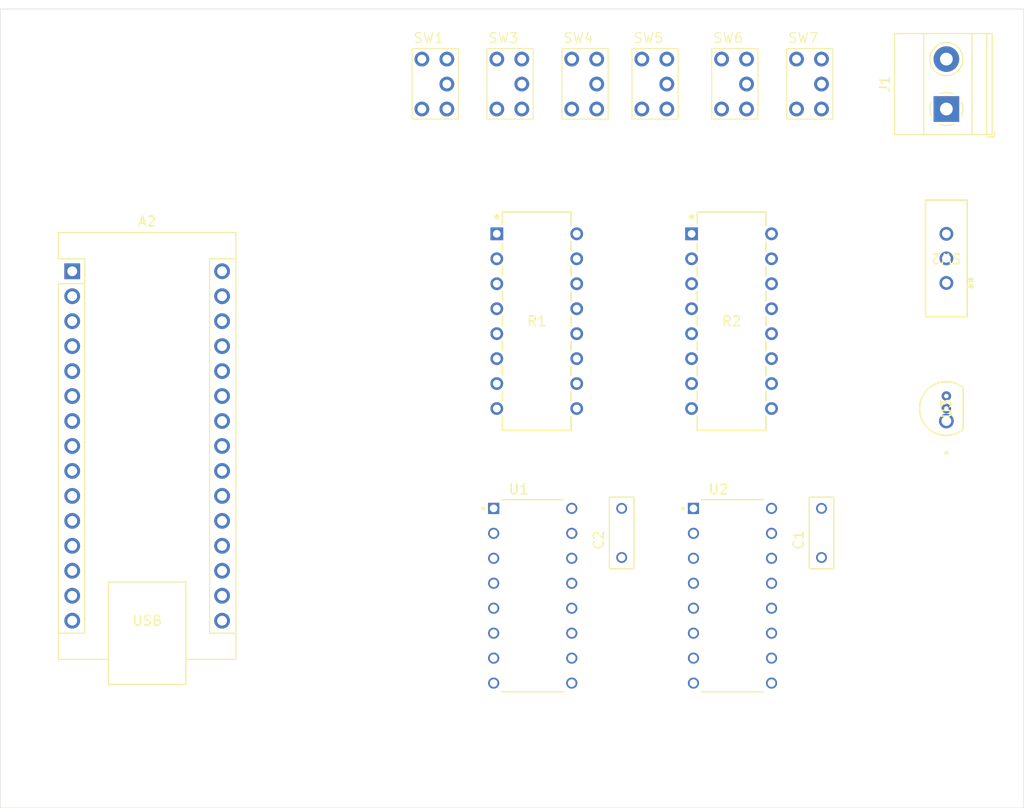
<source format=kicad_pcb>
(kicad_pcb (version 20240108) (generator "pcbnew") (generator_version "8.0")
  (title_block (title "Piano project proto") (date "2024-11-06") (rev "Rev 1"))
  (layers (0 "F.Cu" signal) (31 "B.Cu" signal) (34 "B.Paste" user) (35 "F.Paste" user) (36 "B.SilkS" user "B.Silkscreen") (37 "F.SilkS" user "F.Silkscreen") (38 "B.Mask" user) (39 "F.Mask" user) (44 "Edge.Cuts" user))
  (net 0 "")
  (net 4 "GND")
  (net 11 "Net-(A2-SDA{slash}A4)")
  (net 12 "Net-(A2-D3)")
  (net 16 "Net-(A2-VIN)")
  (net 18 "VCC")
  (net 19 "Net-(J1-Pin_1)")
  (net 20 "Net-(SW6-COM)")
  (net 21 "Net-(SW7-COM)")
  (net 23 "Net-(SW3-COM)")
  (net 24 "Net-(SW4-COM)")
  (net 26 "Net-(SW5-COM)")
  (net 27 "Net-(SW1-COM)")
  (net 28 "Net-(SW4-NO)")
  (net 29 "Net-(SW6-NO)")
  (net 30 "Net-(SW1-NO)")
  (net 33 "Net-(SW5-NO)")
  (net 34 "Net-(SW7-NO)")
  (net 35 "Net-(SW3-NO)")
  (net 40 "Net-(A2-A2)")
  (net 42 "Net-(A2-A3)")
  (net 45 "Net-(A2-D2)")
  (net 50 "Net-(A2-A0)")
  (footprint "4116R_1_472LF:BO_4116R" (layer "F.Cu") (at 121.412 43.18)
    (property "Reference" "R2" (at 4.064 8.89 0) (layer "F.SilkS"))
    (property "Value" "4116R-1-472LF")
    (fp_line (start 0.5715 -2.2225) (end 0.5715 -0.98044) (stroke (width 0.1524)) (layer "F.SilkS"))
    (fp_line (start 0.5715 0.98044) (end 0.5715 1.743351) (stroke (width 0.1524)) (layer "F.SilkS"))
    (fp_line (start 0.5715 3.336649) (end 0.5715 4.283351) (stroke (width 0.1524)) (layer "F.SilkS"))
    (fp_line (start 0.5715 5.876649) (end 0.5715 6.823351) (stroke (width 0.1524)) (layer "F.SilkS"))
    (fp_line (start 0.5715 8.416649) (end 0.5715 9.363351) (stroke (width 0.1524)) (layer "F.SilkS"))
    (fp_line (start 0.5715 10.956649) (end 0.5715 11.903351) (stroke (width 0.1524)) (layer "F.SilkS"))
    (fp_line (start 0.5715 13.496649) (end 0.5715 14.443351) (stroke (width 0.1524)) (layer "F.SilkS"))
    (fp_line (start 0.5715 16.036649) (end 0.5715 16.983351) (stroke (width 0.1524)) (layer "F.SilkS"))
    (fp_line (start 0.5715 18.576649) (end 0.5715 20.0025) (stroke (width 0.1524)) (layer "F.SilkS"))
    (fp_line (start 0.5715 20.0025) (end 7.5565 20.0025) (stroke (width 0.1524)) (layer "F.SilkS"))
    (fp_line (start 7.5565 -2.2225) (end 0.5715 -2.2225) (stroke (width 0.1524)) (layer "F.SilkS"))
    (fp_line (start 7.5565 -0.796649) (end 7.5565 -2.2225) (stroke (width 0.1524)) (layer "F.SilkS"))
    (fp_line (start 7.5565 1.743351) (end 7.5565 0.796649) (stroke (width 0.1524)) (layer "F.SilkS"))
    (fp_line (start 7.5565 4.283351) (end 7.5565 3.336649) (stroke (width 0.1524)) (layer "F.SilkS"))
    (fp_line (start 7.5565 6.823351) (end 7.5565 5.876649) (stroke (width 0.1524)) (layer "F.SilkS"))
    (fp_line (start 7.5565 9.363351) (end 7.5565 8.416649) (stroke (width 0.1524)) (layer "F.SilkS"))
    (fp_line (start 7.5565 11.903351) (end 7.5565 10.956649) (stroke (width 0.1524)) (layer "F.SilkS"))
    (fp_line (start 7.5565 14.443351) (end 7.5565 13.496649) (stroke (width 0.1524)) (layer "F.SilkS"))
    (fp_line (start 7.5565 16.983351) (end 7.5565 16.036649) (stroke (width 0.1524)) (layer "F.SilkS"))
    (fp_line (start 7.5565 20.0025) (end 7.5565 18.576649) (stroke (width 0.1524)) (layer "F.SilkS"))
    (fp_text user "*" (at 0 -1.4097 0) (layer "F.SilkS"))
    (fp_text user "*" (at 0 -1.4097 0) (layer "F.SilkS"))
    (pad "1" thru_hole rect (at 0 0) (size 1.2954 1.2954) (drill 0.7874) (layers "*.Cu" "*.Mask") (net 34 "Net-(SW7-NO)"))
    (pad "2" thru_hole circle (at 0 2.54) (size 1.2954 1.2954) (drill 0.7874) (layers "*.Cu" "*.Mask") (net 29 "Net-(SW6-NO)"))
    (pad "3" thru_hole circle (at 0 5.08) (size 1.2954 1.2954) (drill 0.7874) (layers "*.Cu" "*.Mask") (net 33 "Net-(SW5-NO)"))
    (pad "4" thru_hole circle (at 0 7.62) (size 1.2954 1.2954) (drill 0.7874) (layers "*.Cu" "*.Mask") (net 28 "Net-(SW4-NO)"))
    (pad "5" thru_hole circle (at 0 10.16) (size 1.2954 1.2954) (drill 0.7874) (layers "*.Cu" "*.Mask") (net 35 "Net-(SW3-NO)"))
    (pad "6" thru_hole circle (at 0 12.7) (size 1.2954 1.2954) (drill 0.7874) (layers "*.Cu" "*.Mask") (net 30 "Net-(SW1-NO)"))
    (pad "7" thru_hole circle (at 0 15.24) (size 1.2954 1.2954) (drill 0.7874) (layers "*.Cu" "*.Mask"))
    (pad "8" thru_hole circle (at 0 17.78) (size 1.2954 1.2954) (drill 0.7874) (layers "*.Cu" "*.Mask"))
    (pad "9" thru_hole circle (at 8.128 17.78) (size 1.2954 1.2954) (drill 0.7874) (layers "*.Cu" "*.Mask") (net 18 "VCC"))
    (pad "10" thru_hole circle (at 8.128 15.24) (size 1.2954 1.2954) (drill 0.7874) (layers "*.Cu" "*.Mask") (net 18 "VCC"))
    (pad "11" thru_hole circle (at 8.128 12.7) (size 1.2954 1.2954) (drill 0.7874) (layers "*.Cu" "*.Mask") (net 18 "VCC"))
    (pad "12" thru_hole circle (at 8.128 10.16) (size 1.2954 1.2954) (drill 0.7874) (layers "*.Cu" "*.Mask") (net 18 "VCC"))
    (pad "13" thru_hole circle (at 8.128 7.62) (size 1.2954 1.2954) (drill 0.7874) (layers "*.Cu" "*.Mask") (net 18 "VCC"))
    (pad "14" thru_hole circle (at 8.128 5.08) (size 1.2954 1.2954) (drill 0.7874) (layers "*.Cu" "*.Mask") (net 18 "VCC"))
    (pad "15" thru_hole circle (at 8.128 2.54) (size 1.2954 1.2954) (drill 0.7874) (layers "*.Cu" "*.Mask") (net 18 "VCC"))
    (pad "16" thru_hole circle (at 8.128 0) (size 1.2954 1.2954) (drill 0.7874) (layers "*.Cu" "*.Mask") (net 18 "VCC"))
  )
  (footprint "Library_jpm:Switch_Push_SPDT_800USP8P1A1M2RE" (layer "F.Cu") (at 93.98 25.4)
    (property "Reference" "SW1" (at 0.675 -2.15 0) (layer "F.SilkS") (effects (font (thickness 0.1))))
    (property "Value" "800USP8P1A1M2RE")
    (fp_rect (start -1 -1.075) (end 3.7 6.11) (stroke (width 0.1)) (fill none) (layer "F.SilkS"))
    (pad "1" thru_hole circle (at 0 0) (size 1.5 1.5) (drill 0.9) (layers "*.Cu" "*.Mask"))
    (pad "3" thru_hole circle (at 0 5.08) (size 1.5 1.5) (drill 0.9) (layers "*.Cu" "*.Mask"))
    (pad "4" thru_hole circle (at 2.54 5.08) (size 1.5 1.5) (drill 0.9) (layers "*.Cu" "*.Mask") (net 30 "Net-(SW1-NO)"))
    (pad "5" thru_hole circle (at 2.54 2.54) (size 1.5 1.5) (drill 0.9) (layers "*.Cu" "*.Mask") (net 27 "Net-(SW1-COM)"))
    (pad "6" thru_hole circle (at 2.54 0) (size 1.5 1.5) (drill 0.9) (layers "*.Cu" "*.Mask") (net 18 "VCC"))
  )
  (footprint "MCP1700_5002E_TO:TO-92_MC_MCH" (layer "F.Cu") (at 147.32 62.23 90)
    (property "Reference" "U3" (at 1.27 0 90) (layer "F.SilkS"))
    (property "Value" "MCP1700-5002E/TO")
    (fp_line (start -0.793506 1.7145) (end 3.333506 1.7145) (stroke (width 0.1524)) (layer "F.SilkS"))
    (fp_arc (start 4.0005 0.000001) (mid 3.855041 0.879313) (end 3.434164 1.66494) (stroke (width 0.1524)) (layer "F.SilkS"))
    (fp_arc (start -0.894167 1.664936) (mid 0.39069 -2.585042) (end 4.0005 0) (stroke (width 0.1524)) (layer "F.SilkS"))
    (fp_circle (center -3.2385 0) (end -3.1115 0) (stroke (width 0.1524)) (fill none) (layer "F.SilkS"))
    (pad "1" thru_hole circle (at 0 0 90) (size 1.4986 1.4986) (drill 0.9906) (layers "*.Cu" "*.Mask") (net 4 "GND"))
    (pad "2" thru_hole circle (at 1.27 0 90) (size 0.9652 0.9652) (drill 0.4572) (layers "*.Cu" "*.Mask") (net 16 "Net-(A2-VIN)"))
    (pad "3" thru_hole circle (at 2.54 0 90) (size 0.9652 0.9652) (drill 0.4572) (layers "*.Cu" "*.Mask") (net 18 "VCC"))
  )
  (footprint "Library_jpm:Switch_Push_SPDT_800USP8P1A1M2RE" (layer "F.Cu") (at 101.6 25.4)
    (property "Reference" "SW3" (at 0.675 -2.15 0) (layer "F.SilkS") (effects (font (thickness 0.1))))
    (property "Value" "800USP8P1A1M2RE")
    (fp_rect (start -1 -1.075) (end 3.7 6.11) (stroke (width 0.1)) (fill none) (layer "F.SilkS"))
    (pad "1" thru_hole circle (at 0 0) (size 1.5 1.5) (drill 0.9) (layers "*.Cu" "*.Mask"))
    (pad "3" thru_hole circle (at 0 5.08) (size 1.5 1.5) (drill 0.9) (layers "*.Cu" "*.Mask"))
    (pad "4" thru_hole circle (at 2.54 5.08) (size 1.5 1.5) (drill 0.9) (layers "*.Cu" "*.Mask") (net 35 "Net-(SW3-NO)"))
    (pad "5" thru_hole circle (at 2.54 2.54) (size 1.5 1.5) (drill 0.9) (layers "*.Cu" "*.Mask") (net 23 "Net-(SW3-COM)"))
    (pad "6" thru_hole circle (at 2.54 0) (size 1.5 1.5) (drill 0.9) (layers "*.Cu" "*.Mask") (net 18 "VCC"))
  )
  (footprint "Module:Arduino_Nano" (layer "F.Cu") (at 58.42 46.99)
    (property "Reference" "A2" (at 7.62 -5.08 0) (layer "F.SilkS"))
    (property "Value" "Arduino_Nano_Every")
    (fp_line (start -1.4 -3.94) (end -1.4 -1.27) (stroke (width 0.12)) (layer "F.SilkS"))
    (fp_line (start -1.4 1.27) (end -1.4 39.5) (stroke (width 0.12)) (layer "F.SilkS"))
    (fp_line (start -1.4 39.5) (end 3.68 39.5) (stroke (width 0.12)) (layer "F.SilkS"))
    (fp_line (start 1.27 -1.27) (end -1.4 -1.27) (stroke (width 0.12)) (layer "F.SilkS"))
    (fp_line (start 1.27 1.27) (end -1.4 1.27) (stroke (width 0.12)) (layer "F.SilkS"))
    (fp_line (start 1.27 1.27) (end 1.27 -1.27) (stroke (width 0.12)) (layer "F.SilkS"))
    (fp_line (start 1.27 1.27) (end 1.27 36.83) (stroke (width 0.12)) (layer "F.SilkS"))
    (fp_line (start 1.27 36.83) (end -1.4 36.83) (stroke (width 0.12)) (layer "F.SilkS"))
    (fp_line (start 3.68 31.62) (end 11.56 31.62) (stroke (width 0.12)) (layer "F.SilkS"))
    (fp_line (start 3.68 42.04) (end 3.68 31.62) (stroke (width 0.12)) (layer "F.SilkS"))
    (fp_line (start 11.56 31.62) (end 11.56 42.04) (stroke (width 0.12)) (layer "F.SilkS"))
    (fp_line (start 11.56 42.04) (end 3.68 42.04) (stroke (width 0.12)) (layer "F.SilkS"))
    (fp_line (start 13.97 -1.27) (end 13.97 36.83) (stroke (width 0.12)) (layer "F.SilkS"))
    (fp_line (start 13.97 -1.27) (end 16.64 -1.27) (stroke (width 0.12)) (layer "F.SilkS"))
    (fp_line (start 13.97 36.83) (end 16.64 36.83) (stroke (width 0.12)) (layer "F.SilkS"))
    (fp_line (start 16.64 -3.94) (end -1.4 -3.94) (stroke (width 0.12)) (layer "F.SilkS"))
    (fp_line (start 16.64 39.5) (end 11.56 39.5) (stroke (width 0.12)) (layer "F.SilkS"))
    (fp_line (start 16.64 39.5) (end 16.64 -3.94) (stroke (width 0.12)) (layer "F.SilkS"))
    (fp_text user "USB" (at 7.62 35.56 0) (layer "F.SilkS"))
    (pad "1" thru_hole rect (at 0 0) (size 1.6 1.6) (drill 1) (layers "*.Cu" "*.Mask"))
    (pad "2" thru_hole oval (at 0 2.54) (size 1.6 1.6) (drill 1) (layers "*.Cu" "*.Mask"))
    (pad "3" thru_hole oval (at 0 5.08) (size 1.6 1.6) (drill 1) (layers "*.Cu" "*.Mask"))
    (pad "4" thru_hole oval (at 0 7.62) (size 1.6 1.6) (drill 1) (layers "*.Cu" "*.Mask") (net 4 "GND"))
    (pad "5" thru_hole oval (at 0 10.16) (size 1.6 1.6) (drill 1) (layers "*.Cu" "*.Mask"))
    (pad "6" thru_hole oval (at 0 12.7) (size 1.6 1.6) (drill 1) (layers "*.Cu" "*.Mask") (net 40 "Net-(A2-A2)"))
    (pad "7" thru_hole oval (at 0 15.24) (size 1.6 1.6) (drill 1) (layers "*.Cu" "*.Mask") (net 42 "Net-(A2-A3)"))
    (pad "8" thru_hole oval (at 0 17.78) (size 1.6 1.6) (drill 1) (layers "*.Cu" "*.Mask") (net 11 "Net-(A2-SDA{slash}A4)"))
    (pad "9" thru_hole oval (at 0 20.32) (size 1.6 1.6) (drill 1) (layers "*.Cu" "*.Mask"))
    (pad "10" thru_hole oval (at 0 22.86) (size 1.6 1.6) (drill 1) (layers "*.Cu" "*.Mask"))
    (pad "11" thru_hole oval (at 0 25.4) (size 1.6 1.6) (drill 1) (layers "*.Cu" "*.Mask"))
    (pad "12" thru_hole oval (at 0 27.94) (size 1.6 1.6) (drill 1) (layers "*.Cu" "*.Mask"))
    (pad "13" thru_hole oval (at 0 30.48) (size 1.6 1.6) (drill 1) (layers "*.Cu" "*.Mask"))
    (pad "14" thru_hole oval (at 0 33.02) (size 1.6 1.6) (drill 1) (layers "*.Cu" "*.Mask") (net 4 "GND"))
    (pad "15" thru_hole oval (at 0 35.56) (size 1.6 1.6) (drill 1) (layers "*.Cu" "*.Mask") (net 16 "Net-(A2-VIN)"))
    (pad "16" thru_hole oval (at 15.24 35.56) (size 1.6 1.6) (drill 1) (layers "*.Cu" "*.Mask"))
    (pad "17" thru_hole oval (at 15.24 33.02) (size 1.6 1.6) (drill 1) (layers "*.Cu" "*.Mask"))
    (pad "18" thru_hole oval (at 15.24 30.48) (size 1.6 1.6) (drill 1) (layers "*.Cu" "*.Mask"))
    (pad "19" thru_hole oval (at 15.24 27.94) (size 1.6 1.6) (drill 1) (layers "*.Cu" "*.Mask") (net 4 "GND"))
    (pad "20" thru_hole oval (at 15.24 25.4) (size 1.6 1.6) (drill 1) (layers "*.Cu" "*.Mask") (net 45 "Net-(A2-D2)"))
    (pad "21" thru_hole oval (at 15.24 22.86) (size 1.6 1.6) (drill 1) (layers "*.Cu" "*.Mask") (net 12 "Net-(A2-D3)"))
    (pad "22" thru_hole oval (at 15.24 20.32) (size 1.6 1.6) (drill 1) (layers "*.Cu" "*.Mask"))
    (pad "23" thru_hole oval (at 15.24 17.78) (size 1.6 1.6) (drill 1) (layers "*.Cu" "*.Mask"))
    (pad "24" thru_hole oval (at 15.24 15.24) (size 1.6 1.6) (drill 1) (layers "*.Cu" "*.Mask"))
    (pad "25" thru_hole oval (at 15.24 12.7) (size 1.6 1.6) (drill 1) (layers "*.Cu" "*.Mask"))
    (pad "26" thru_hole oval (at 15.24 10.16) (size 1.6 1.6) (drill 1) (layers "*.Cu" "*.Mask"))
    (pad "27" thru_hole oval (at 15.24 7.62) (size 1.6 1.6) (drill 1) (layers "*.Cu" "*.Mask"))
    (pad "28" thru_hole oval (at 15.24 5.08) (size 1.6 1.6) (drill 1) (layers "*.Cu" "*.Mask"))
    (pad "29" thru_hole oval (at 15.24 2.54) (size 1.6 1.6) (drill 1) (layers "*.Cu" "*.Mask"))
    (pad "30" thru_hole oval (at 15.24 0) (size 1.6 1.6) (drill 1) (layers "*.Cu" "*.Mask"))
  )
  (footprint "B32529C0102K289:CAPRR500W50L730T250H650" (layer "F.Cu") (at 134.62 73.62 90)
    (property "Reference" "C1" (at -0.725 -2.335 90) (layer "F.SilkS"))
    (property "Value" "B32529C0102K289")
    (fp_line (start 3.65 -1.25) (end 3.65 1.25) (stroke (width 0.127)) (layer "F.SilkS"))
    (fp_line (start -3.65 -1.25) (end 3.65 -1.25) (stroke (width 0.127)) (layer "F.SilkS"))
    (fp_line (start -3.65 -1.25) (end -3.65 1.25) (stroke (width 0.127)) (layer "F.SilkS"))
    (fp_line (start -3.65 1.25) (end 3.65 1.25) (stroke (width 0.127)) (layer "F.SilkS"))
    (pad "1" thru_hole circle (at -2.5 0 90) (size 1.1 1.1) (drill 0.75) (layers "*.Cu" "*.Mask") (net 4 "GND"))
    (pad "2" thru_hole circle (at 2.5 0 90) (size 1.1 1.1) (drill 0.75) (layers "*.Cu" "*.Mask") (net 18 "VCC"))
  )
  (footprint "CD74HCT251E:DIP794W45P254L1969H508Q16" (layer "F.Cu") (at 105.25 80.01)
    (property "Reference" "U1" (at -1.425 -10.835 0) (layer "F.SilkS"))
    (property "Value" "CD74HCT251E")
    (fp_line (start -3.175 -9.775) (end 3.175 -9.775) (stroke (width 0.127)) (layer "F.SilkS"))
    (fp_line (start -3.175 9.775) (end 3.175 9.775) (stroke (width 0.127)) (layer "F.SilkS"))
    (fp_circle (center -5.035 -8.89) (end -4.935 -8.89) (stroke (width 0.2)) (fill none) (layer "F.SilkS"))
    (pad "1" thru_hole rect (at -3.97 -8.89) (size 1.13 1.13) (drill 0.78) (layers "*.Cu" "*.Mask") (net 26 "Net-(SW5-COM)"))
    (pad "2" thru_hole circle (at -3.97 -6.35) (size 1.13 1.13) (drill 0.78) (layers "*.Cu" "*.Mask") (net 24 "Net-(SW4-COM)"))
    (pad "3" thru_hole circle (at -3.97 -3.81) (size 1.13 1.13) (drill 0.78) (layers "*.Cu" "*.Mask") (net 23 "Net-(SW3-COM)"))
    (pad "4" thru_hole circle (at -3.97 -1.27) (size 1.13 1.13) (drill 0.78) (layers "*.Cu" "*.Mask") (net 27 "Net-(SW1-COM)"))
    (pad "5" thru_hole circle (at -3.97 1.27) (size 1.13 1.13) (drill 0.78) (layers "*.Cu" "*.Mask") (net 45 "Net-(A2-D2)"))
    (pad "6" thru_hole circle (at -3.97 3.81) (size 1.13 1.13) (drill 0.78) (layers "*.Cu" "*.Mask"))
    (pad "7" thru_hole circle (at -3.97 6.35) (size 1.13 1.13) (drill 0.78) (layers "*.Cu" "*.Mask") (net 50 "Net-(A2-A0)"))
    (pad "8" thru_hole circle (at -3.97 8.89) (size 1.13 1.13) (drill 0.78) (layers "*.Cu" "*.Mask") (net 4 "GND"))
    (pad "9" thru_hole circle (at 3.97 8.89) (size 1.13 1.13) (drill 0.78) (layers "*.Cu" "*.Mask") (net 11 "Net-(A2-SDA{slash}A4)"))
    (pad "10" thru_hole circle (at 3.97 6.35) (size 1.13 1.13) (drill 0.78) (layers "*.Cu" "*.Mask") (net 42 "Net-(A2-A3)"))
    (pad "11" thru_hole circle (at 3.97 3.81) (size 1.13 1.13) (drill 0.78) (layers "*.Cu" "*.Mask") (net 40 "Net-(A2-A2)"))
    (pad "12" thru_hole circle (at 3.97 1.27) (size 1.13 1.13) (drill 0.78) (layers "*.Cu" "*.Mask") (net 4 "GND"))
    (pad "13" thru_hole circle (at 3.97 -1.27) (size 1.13 1.13) (drill 0.78) (layers "*.Cu" "*.Mask") (net 4 "GND"))
    (pad "14" thru_hole circle (at 3.97 -3.81) (size 1.13 1.13) (drill 0.78) (layers "*.Cu" "*.Mask") (net 21 "Net-(SW7-COM)"))
    (pad "15" thru_hole circle (at 3.97 -6.35) (size 1.13 1.13) (drill 0.78) (layers "*.Cu" "*.Mask") (net 20 "Net-(SW6-COM)"))
    (pad "16" thru_hole circle (at 3.97 -8.89) (size 1.13 1.13) (drill 0.78) (layers "*.Cu" "*.Mask") (net 18 "VCC"))
  )
  (footprint "Library_jpm:Switch_Push_SPDT_800USP8P1A1M2RE" (layer "F.Cu") (at 124.46 25.4)
    (property "Reference" "SW6" (at 0.675 -2.15 0) (layer "F.SilkS") (effects (font (thickness 0.1))))
    (property "Value" "800USP8P1A1M2RE")
    (fp_rect (start -1 -1.075) (end 3.7 6.11) (stroke (width 0.1)) (fill none) (layer "F.SilkS"))
    (pad "1" thru_hole circle (at 0 0) (size 1.5 1.5) (drill 0.9) (layers "*.Cu" "*.Mask"))
    (pad "3" thru_hole circle (at 0 5.08) (size 1.5 1.5) (drill 0.9) (layers "*.Cu" "*.Mask"))
    (pad "4" thru_hole circle (at 2.54 5.08) (size 1.5 1.5) (drill 0.9) (layers "*.Cu" "*.Mask") (net 29 "Net-(SW6-NO)"))
    (pad "5" thru_hole circle (at 2.54 2.54) (size 1.5 1.5) (drill 0.9) (layers "*.Cu" "*.Mask") (net 20 "Net-(SW6-COM)"))
    (pad "6" thru_hole circle (at 2.54 0) (size 1.5 1.5) (drill 0.9) (layers "*.Cu" "*.Mask") (net 18 "VCC"))
  )
  (footprint "Library_jpm:Switch_Push_SPDT_800USP8P1A1M2RE" (layer "F.Cu") (at 109.22 25.4)
    (property "Reference" "SW4" (at 0.675 -2.15 0) (layer "F.SilkS") (effects (font (thickness 0.1))))
    (property "Value" "800USP8P1A1M2RE")
    (fp_rect (start -1 -1.075) (end 3.7 6.11) (stroke (width 0.1)) (fill none) (layer "F.SilkS"))
    (pad "1" thru_hole circle (at 0 0) (size 1.5 1.5) (drill 0.9) (layers "*.Cu" "*.Mask"))
    (pad "3" thru_hole circle (at 0 5.08) (size 1.5 1.5) (drill 0.9) (layers "*.Cu" "*.Mask"))
    (pad "4" thru_hole circle (at 2.54 5.08) (size 1.5 1.5) (drill 0.9) (layers "*.Cu" "*.Mask") (net 28 "Net-(SW4-NO)"))
    (pad "5" thru_hole circle (at 2.54 2.54) (size 1.5 1.5) (drill 0.9) (layers "*.Cu" "*.Mask") (net 24 "Net-(SW4-COM)"))
    (pad "6" thru_hole circle (at 2.54 0) (size 1.5 1.5) (drill 0.9) (layers "*.Cu" "*.Mask") (net 18 "VCC"))
  )
  (footprint "Library_jpm:Switch_Push_SPDT_800USP8P1A1M2RE" (layer "F.Cu") (at 116.3483 25.4)
    (property "Reference" "SW5" (at 0.675 -2.15 0) (layer "F.SilkS") (effects (font (thickness 0.1))))
    (property "Value" "800USP8P1A1M2RE")
    (fp_rect (start -1 -1.075) (end 3.7 6.11) (stroke (width 0.1)) (fill none) (layer "F.SilkS"))
    (pad "1" thru_hole circle (at 0 0) (size 1.5 1.5) (drill 0.9) (layers "*.Cu" "*.Mask"))
    (pad "3" thru_hole circle (at 0 5.08) (size 1.5 1.5) (drill 0.9) (layers "*.Cu" "*.Mask"))
    (pad "4" thru_hole circle (at 2.54 5.08) (size 1.5 1.5) (drill 0.9) (layers "*.Cu" "*.Mask") (net 33 "Net-(SW5-NO)"))
    (pad "5" thru_hole circle (at 2.54 2.54) (size 1.5 1.5) (drill 0.9) (layers "*.Cu" "*.Mask") (net 26 "Net-(SW5-COM)"))
    (pad "6" thru_hole circle (at 2.54 0) (size 1.5 1.5) (drill 0.9) (layers "*.Cu" "*.Mask") (net 18 "VCC"))
  )
  (footprint "Library_jpm:Switch_Push_SPDT_800USP8P1A1M2RE" (layer "F.Cu") (at 132.08 25.4)
    (property "Reference" "SW7" (at 0.675 -2.15 0) (layer "F.SilkS") (effects (font (thickness 0.1))))
    (property "Value" "800USP8P1A1M2RE")
    (fp_rect (start -1 -1.075) (end 3.7 6.11) (stroke (width 0.1)) (fill none) (layer "F.SilkS"))
    (pad "1" thru_hole circle (at 0 0) (size 1.5 1.5) (drill 0.9) (layers "*.Cu" "*.Mask"))
    (pad "3" thru_hole circle (at 0 5.08) (size 1.5 1.5) (drill 0.9) (layers "*.Cu" "*.Mask"))
    (pad "4" thru_hole circle (at 2.54 5.08) (size 1.5 1.5) (drill 0.9) (layers "*.Cu" "*.Mask") (net 34 "Net-(SW7-NO)"))
    (pad "5" thru_hole circle (at 2.54 2.54) (size 1.5 1.5) (drill 0.9) (layers "*.Cu" "*.Mask") (net 21 "Net-(SW7-COM)"))
    (pad "6" thru_hole circle (at 2.54 0) (size 1.5 1.5) (drill 0.9) (layers "*.Cu" "*.Mask") (net 18 "VCC"))
  )
  (footprint "B32529C0102K289:CAPRR500W50L730T250H650" (layer "F.Cu") (at 114.3 73.62 90)
    (property "Reference" "C2" (at -0.725 -2.335 90) (layer "F.SilkS"))
    (property "Value" "B32529C0102K289")
    (fp_line (start 3.65 -1.25) (end 3.65 1.25) (stroke (width 0.127)) (layer "F.SilkS"))
    (fp_line (start -3.65 -1.25) (end 3.65 -1.25) (stroke (width 0.127)) (layer "F.SilkS"))
    (fp_line (start -3.65 -1.25) (end -3.65 1.25) (stroke (width 0.127)) (layer "F.SilkS"))
    (fp_line (start -3.65 1.25) (end 3.65 1.25) (stroke (width 0.127)) (layer "F.SilkS"))
    (pad "1" thru_hole circle (at -2.5 0 90) (size 1.1 1.1) (drill 0.75) (layers "*.Cu" "*.Mask") (net 4 "GND"))
    (pad "2" thru_hole circle (at 2.5 0 90) (size 1.1 1.1) (drill 0.75) (layers "*.Cu" "*.Mask") (net 18 "VCC"))
  )
  (footprint "4116R_1_102LF:BO_4116R" (layer "F.Cu") (at 101.6 43.18)
    (property "Reference" "R1" (at 4.064 8.89 0) (layer "F.SilkS"))
    (property "Value" "4116R-1-102LF")
    (fp_line (start 0.5715 -2.2225) (end 0.5715 -0.98044) (stroke (width 0.1524)) (layer "F.SilkS"))
    (fp_line (start 0.5715 0.98044) (end 0.5715 1.743351) (stroke (width 0.1524)) (layer "F.SilkS"))
    (fp_line (start 0.5715 3.336649) (end 0.5715 4.283351) (stroke (width 0.1524)) (layer "F.SilkS"))
    (fp_line (start 0.5715 5.876649) (end 0.5715 6.823351) (stroke (width 0.1524)) (layer "F.SilkS"))
    (fp_line (start 0.5715 8.416649) (end 0.5715 9.363351) (stroke (width 0.1524)) (layer "F.SilkS"))
    (fp_line (start 0.5715 10.956649) (end 0.5715 11.903351) (stroke (width 0.1524)) (layer "F.SilkS"))
    (fp_line (start 0.5715 13.496649) (end 0.5715 14.443351) (stroke (width 0.1524)) (layer "F.SilkS"))
    (fp_line (start 0.5715 16.036649) (end 0.5715 16.983351) (stroke (width 0.1524)) (layer "F.SilkS"))
    (fp_line (start 0.5715 18.576649) (end 0.5715 20.0025) (stroke (width 0.1524)) (layer "F.SilkS"))
    (fp_line (start 0.5715 20.0025) (end 7.5565 20.0025) (stroke (width 0.1524)) (layer "F.SilkS"))
    (fp_line (start 7.5565 -2.2225) (end 0.5715 -2.2225) (stroke (width 0.1524)) (layer "F.SilkS"))
    (fp_line (start 7.5565 -0.796649) (end 7.5565 -2.2225) (stroke (width 0.1524)) (layer "F.SilkS"))
    (fp_line (start 7.5565 1.743351) (end 7.5565 0.796649) (stroke (width 0.1524)) (layer "F.SilkS"))
    (fp_line (start 7.5565 4.283351) (end 7.5565 3.336649) (stroke (width 0.1524)) (layer "F.SilkS"))
    (fp_line (start 7.5565 6.823351) (end 7.5565 5.876649) (stroke (width 0.1524)) (layer "F.SilkS"))
    (fp_line (start 7.5565 9.363351) (end 7.5565 8.416649) (stroke (width 0.1524)) (layer "F.SilkS"))
    (fp_line (start 7.5565 11.903351) (end 7.5565 10.956649) (stroke (width 0.1524)) (layer "F.SilkS"))
    (fp_line (start 7.5565 14.443351) (end 7.5565 13.496649) (stroke (width 0.1524)) (layer "F.SilkS"))
    (fp_line (start 7.5565 16.983351) (end 7.5565 16.036649) (stroke (width 0.1524)) (layer "F.SilkS"))
    (fp_line (start 7.5565 20.0025) (end 7.5565 18.576649) (stroke (width 0.1524)) (layer "F.SilkS"))
    (fp_text user "*" (at 0 -1.4097 0) (layer "F.SilkS"))
    (fp_text user "*" (at 0 -1.4097 0) (layer "F.SilkS"))
    (pad "1" thru_hole rect (at 0 0) (size 1.2954 1.2954) (drill 0.7874) (layers "*.Cu" "*.Mask") (net 27 "Net-(SW1-COM)"))
    (pad "2" thru_hole circle (at 0 2.54) (size 1.2954 1.2954) (drill 0.7874) (layers "*.Cu" "*.Mask") (net 23 "Net-(SW3-COM)"))
    (pad "3" thru_hole circle (at 0 5.08) (size 1.2954 1.2954) (drill 0.7874) (layers "*.Cu" "*.Mask") (net 24 "Net-(SW4-COM)"))
    (pad "4" thru_hole circle (at 0 7.62) (size 1.2954 1.2954) (drill 0.7874) (layers "*.Cu" "*.Mask") (net 26 "Net-(SW5-COM)"))
    (pad "5" thru_hole circle (at 0 10.16) (size 1.2954 1.2954) (drill 0.7874) (layers "*.Cu" "*.Mask") (net 20 "Net-(SW6-COM)"))
    (pad "6" thru_hole circle (at 0 12.7) (size 1.2954 1.2954) (drill 0.7874) (layers "*.Cu" "*.Mask") (net 21 "Net-(SW7-COM)"))
    (pad "7" thru_hole circle (at 0 15.24) (size 1.2954 1.2954) (drill 0.7874) (layers "*.Cu" "*.Mask"))
    (pad "8" thru_hole circle (at 0 17.78) (size 1.2954 1.2954) (drill 0.7874) (layers "*.Cu" "*.Mask"))
    (pad "9" thru_hole circle (at 8.128 17.78) (size 1.2954 1.2954) (drill 0.7874) (layers "*.Cu" "*.Mask") (net 4 "GND"))
    (pad "10" thru_hole circle (at 8.128 15.24) (size 1.2954 1.2954) (drill 0.7874) (layers "*.Cu" "*.Mask") (net 4 "GND"))
    (pad "11" thru_hole circle (at 8.128 12.7) (size 1.2954 1.2954) (drill 0.7874) (layers "*.Cu" "*.Mask") (net 4 "GND"))
    (pad "12" thru_hole circle (at 8.128 10.16) (size 1.2954 1.2954) (drill 0.7874) (layers "*.Cu" "*.Mask") (net 4 "GND"))
    (pad "13" thru_hole circle (at 8.128 7.62) (size 1.2954 1.2954) (drill 0.7874) (layers "*.Cu" "*.Mask") (net 4 "GND"))
    (pad "14" thru_hole circle (at 8.128 5.08) (size 1.2954 1.2954) (drill 0.7874) (layers "*.Cu" "*.Mask") (net 4 "GND"))
    (pad "15" thru_hole circle (at 8.128 2.54) (size 1.2954 1.2954) (drill 0.7874) (layers "*.Cu" "*.Mask") (net 4 "GND"))
    (pad "16" thru_hole circle (at 8.128 0) (size 1.2954 1.2954) (drill 0.7874) (layers "*.Cu" "*.Mask") (net 4 "GND"))
  )
  (footprint "TerminalBlock_Phoenix:TerminalBlock_Phoenix_MKDS-1,5-2-5.08_1x02_P5.08mm_Horizontal" (layer "F.Cu") (at 147.32 30.48 90)
    (property "Reference" "J1" (at 2.54 -6.26 90) (layer "F.SilkS"))
    (property "Value" "Screw_Terminal_01x02")
    (fp_line (start 7.68 -5.261) (end 7.68 4.66) (stroke (width 0.12)) (layer "F.SilkS"))
    (fp_line (start -2.6 -5.261) (end 7.68 -5.261) (stroke (width 0.12)) (layer "F.SilkS"))
    (fp_line (start -2.6 -5.261) (end -2.6 4.66) (stroke (width 0.12)) (layer "F.SilkS"))
    (fp_line (start -2.6 -2.301) (end 7.68 -2.301) (stroke (width 0.12)) (layer "F.SilkS"))
    (fp_line (start 6.15 -1.275) (end 6.115 -1.239) (stroke (width 0.12)) (layer "F.SilkS"))
    (fp_line (start 6.355 -1.069) (end 6.308 -1.023) (stroke (width 0.12)) (layer "F.SilkS"))
    (fp_line (start 3.853 1.023) (end 3.806 1.069) (stroke (width 0.12)) (layer "F.SilkS"))
    (fp_line (start 4.046 1.239) (end 4.011 1.274) (stroke (width 0.12)) (layer "F.SilkS"))
    (fp_line (start -2.6 2.6) (end 7.68 2.6) (stroke (width 0.12)) (layer "F.SilkS"))
    (fp_line (start -2.6 4.1) (end 7.68 4.1) (stroke (width 0.12)) (layer "F.SilkS"))
    (fp_line (start -2.84 4.16) (end -2.84 4.9) (stroke (width 0.12)) (layer "F.SilkS"))
    (fp_line (start -2.6 4.66) (end 7.68 4.66) (stroke (width 0.12)) (layer "F.SilkS"))
    (fp_line (start -2.84 4.9) (end -2.34 4.9) (stroke (width 0.12)) (layer "F.SilkS"))
    (fp_arc (start -0.683042 -1.535427) (mid 0.000524 -1.680501) (end 0.684 -1.535) (stroke (width 0.12)) (layer "F.SilkS"))
    (fp_arc (start 1.535427 -0.683042) (mid 1.680501 0.000524) (end 1.535 0.684) (stroke (width 0.12)) (layer "F.SilkS"))
    (fp_arc (start -1.535427 0.683042) (mid -1.680501 -0.000524) (end -1.535 -0.684) (stroke (width 0.12)) (layer "F.SilkS"))
    (fp_arc (start 0.683318 1.534756) (mid 0.349292 1.643288) (end 0 1.68) (stroke (width 0.12)) (layer "F.SilkS"))
    (fp_arc (start 0.028805 1.680253) (mid -0.335551 1.646659) (end -0.684 1.535) (stroke (width 0.12)) (layer "F.SilkS"))
    (fp_circle (center 5.08 0) (end 6.76 0) (stroke (width 0.12)) (fill none) (layer "F.SilkS"))
    (pad "1" thru_hole rect (at 0 0 90) (size 2.6 2.6) (drill 1.3) (layers "*.Cu" "*.Mask") (net 19 "Net-(J1-Pin_1)"))
    (pad "2" thru_hole circle (at 5.08 0 90) (size 2.6 2.6) (drill 1.3) (layers "*.Cu" "*.Mask") (net 4 "GND"))
  )
  (footprint "footprints:SW_1218_EWI" (layer "F.Cu") (at 147.32 48.18 180)
    (property "Reference" "SW2" (at 0 2.5 180) (layer "F.SilkS"))
    (property "Value" "EG1218")
    (fp_line (start 2.1209 8.4309) (end 2.1209 -3.4309) (stroke (width 0.1524)) (layer "F.SilkS"))
    (fp_line (start 2.1209 -3.4309) (end -2.1209 -3.4309) (stroke (width 0.1524)) (layer "F.SilkS"))
    (fp_line (start -2.1209 8.4309) (end 2.1209 8.4309) (stroke (width 0.1524)) (layer "F.SilkS"))
    (fp_line (start -2.1209 -3.4309) (end -2.1209 8.4309) (stroke (width 0.1524)) (layer "F.SilkS"))
    (fp_text user "*" (at -2.5019 0 0) (layer "F.SilkS"))
    (fp_text user "*" (at -2.5019 0 180) (layer "F.SilkS"))
    (pad "1" thru_hole circle (at 0 0 180) (size 1.397 1.397) (drill 0.889) (layers "*.Cu" "*.Mask") (net 16 "Net-(A2-VIN)"))
    (pad "2" thru_hole circle (at 0 2.5 180) (size 1.397 1.397) (drill 0.889) (layers "*.Cu" "*.Mask"))
    (pad "3" thru_hole circle (at 0 5 180) (size 1.397 1.397) (drill 0.889) (layers "*.Cu" "*.Mask") (net 19 "Net-(J1-Pin_1)"))
  )
  (footprint "CD74HCT251E:DIP794W45P254L1969H508Q16" (layer "F.Cu") (at 125.57 80.01)
    (property "Reference" "U2" (at -1.425 -10.835 0) (layer "F.SilkS"))
    (property "Value" "CD74HCT251E")
    (fp_line (start -3.175 -9.775) (end 3.175 -9.775) (stroke (width 0.127)) (layer "F.SilkS"))
    (fp_line (start -3.175 9.775) (end 3.175 9.775) (stroke (width 0.127)) (layer "F.SilkS"))
    (fp_circle (center -5.035 -8.89) (end -4.935 -8.89) (stroke (width 0.2)) (fill none) (layer "F.SilkS"))
    (pad "1" thru_hole rect (at -3.97 -8.89) (size 1.13 1.13) (drill 0.78) (layers "*.Cu" "*.Mask") (net 33 "Net-(SW5-NO)"))
    (pad "2" thru_hole circle (at -3.97 -6.35) (size 1.13 1.13) (drill 0.78) (layers "*.Cu" "*.Mask") (net 28 "Net-(SW4-NO)"))
    (pad "3" thru_hole circle (at -3.97 -3.81) (size 1.13 1.13) (drill 0.78) (layers "*.Cu" "*.Mask") (net 35 "Net-(SW3-NO)"))
    (pad "4" thru_hole circle (at -3.97 -1.27) (size 1.13 1.13) (drill 0.78) (layers "*.Cu" "*.Mask") (net 30 "Net-(SW1-NO)"))
    (pad "5" thru_hole circle (at -3.97 1.27) (size 1.13 1.13) (drill 0.78) (layers "*.Cu" "*.Mask") (net 12 "Net-(A2-D3)"))
    (pad "6" thru_hole circle (at -3.97 3.81) (size 1.13 1.13) (drill 0.78) (layers "*.Cu" "*.Mask"))
    (pad "7" thru_hole circle (at -3.97 6.35) (size 1.13 1.13) (drill 0.78) (layers "*.Cu" "*.Mask") (net 50 "Net-(A2-A0)"))
    (pad "8" thru_hole circle (at -3.97 8.89) (size 1.13 1.13) (drill 0.78) (layers "*.Cu" "*.Mask") (net 4 "GND"))
    (pad "9" thru_hole circle (at 3.97 8.89) (size 1.13 1.13) (drill 0.78) (layers "*.Cu" "*.Mask") (net 11 "Net-(A2-SDA{slash}A4)"))
    (pad "10" thru_hole circle (at 3.97 6.35) (size 1.13 1.13) (drill 0.78) (layers "*.Cu" "*.Mask") (net 42 "Net-(A2-A3)"))
    (pad "11" thru_hole circle (at 3.97 3.81) (size 1.13 1.13) (drill 0.78) (layers "*.Cu" "*.Mask") (net 40 "Net-(A2-A2)"))
    (pad "12" thru_hole circle (at 3.97 1.27) (size 1.13 1.13) (drill 0.78) (layers "*.Cu" "*.Mask") (net 4 "GND"))
    (pad "13" thru_hole circle (at 3.97 -1.27) (size 1.13 1.13) (drill 0.78) (layers "*.Cu" "*.Mask") (net 4 "GND"))
    (pad "14" thru_hole circle (at 3.97 -3.81) (size 1.13 1.13) (drill 0.78) (layers "*.Cu" "*.Mask") (net 34 "Net-(SW7-NO)"))
    (pad "15" thru_hole circle (at 3.97 -6.35) (size 1.13 1.13) (drill 0.78) (layers "*.Cu" "*.Mask") (net 29 "Net-(SW6-NO)"))
    (pad "16" thru_hole circle (at 3.97 -8.89) (size 1.13 1.13) (drill 0.78) (layers "*.Cu" "*.Mask") (net 18 "VCC"))
  )
  (gr_rect (start 51.1 20.3) (end 155.2 101.6) (stroke (width 0.05)) (fill none) (layer "Edge.Cuts"))
)
</source>
